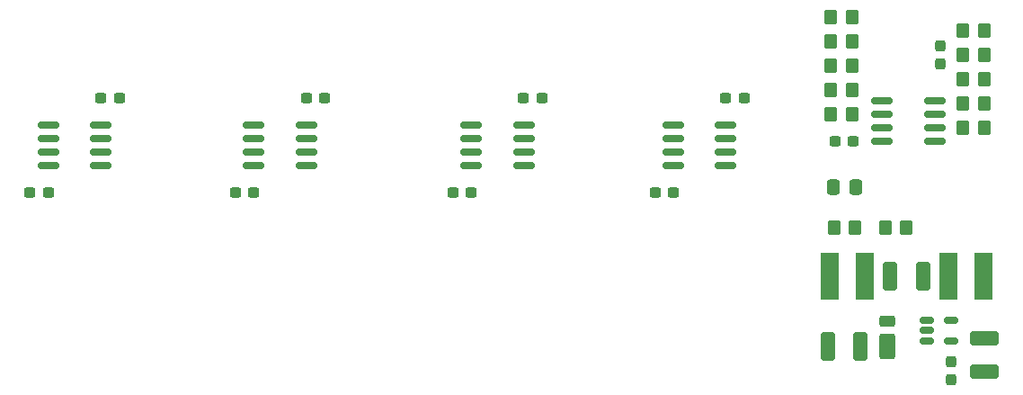
<source format=gbr>
%TF.GenerationSoftware,KiCad,Pcbnew,7.0.11-7.0.11~ubuntu22.04.1*%
%TF.CreationDate,2024-03-17T14:49:55+00:00*%
%TF.ProjectId,Tiny4xPoweredStereoMixer,54696e79-3478-4506-9f77-657265645374,rev?*%
%TF.SameCoordinates,Original*%
%TF.FileFunction,Paste,Top*%
%TF.FilePolarity,Positive*%
%FSLAX46Y46*%
G04 Gerber Fmt 4.6, Leading zero omitted, Abs format (unit mm)*
G04 Created by KiCad (PCBNEW 7.0.11-7.0.11~ubuntu22.04.1) date 2024-03-17 14:49:55*
%MOMM*%
%LPD*%
G01*
G04 APERTURE LIST*
G04 Aperture macros list*
%AMRoundRect*
0 Rectangle with rounded corners*
0 $1 Rounding radius*
0 $2 $3 $4 $5 $6 $7 $8 $9 X,Y pos of 4 corners*
0 Add a 4 corners polygon primitive as box body*
4,1,4,$2,$3,$4,$5,$6,$7,$8,$9,$2,$3,0*
0 Add four circle primitives for the rounded corners*
1,1,$1+$1,$2,$3*
1,1,$1+$1,$4,$5*
1,1,$1+$1,$6,$7*
1,1,$1+$1,$8,$9*
0 Add four rect primitives between the rounded corners*
20,1,$1+$1,$2,$3,$4,$5,0*
20,1,$1+$1,$4,$5,$6,$7,0*
20,1,$1+$1,$6,$7,$8,$9,0*
20,1,$1+$1,$8,$9,$2,$3,0*%
G04 Aperture macros list end*
%ADD10RoundRect,0.250000X0.350000X0.450000X-0.350000X0.450000X-0.350000X-0.450000X0.350000X-0.450000X0*%
%ADD11RoundRect,0.250000X-0.350000X-0.450000X0.350000X-0.450000X0.350000X0.450000X-0.350000X0.450000X0*%
%ADD12RoundRect,0.237500X0.300000X0.237500X-0.300000X0.237500X-0.300000X-0.237500X0.300000X-0.237500X0*%
%ADD13RoundRect,0.237500X-0.237500X0.300000X-0.237500X-0.300000X0.237500X-0.300000X0.237500X0.300000X0*%
%ADD14RoundRect,0.237500X0.237500X-0.300000X0.237500X0.300000X-0.237500X0.300000X-0.237500X-0.300000X0*%
%ADD15RoundRect,0.150000X0.825000X0.150000X-0.825000X0.150000X-0.825000X-0.150000X0.825000X-0.150000X0*%
%ADD16RoundRect,0.237500X-0.300000X-0.237500X0.300000X-0.237500X0.300000X0.237500X-0.300000X0.237500X0*%
%ADD17RoundRect,0.150000X-0.512500X-0.150000X0.512500X-0.150000X0.512500X0.150000X-0.512500X0.150000X0*%
%ADD18RoundRect,0.250000X0.412500X1.100000X-0.412500X1.100000X-0.412500X-1.100000X0.412500X-1.100000X0*%
%ADD19RoundRect,0.250000X1.100000X-0.412500X1.100000X0.412500X-1.100000X0.412500X-1.100000X-0.412500X0*%
%ADD20RoundRect,0.250000X-0.500000X0.950000X-0.500000X-0.950000X0.500000X-0.950000X0.500000X0.950000X0*%
%ADD21RoundRect,0.250000X-0.500000X0.275000X-0.500000X-0.275000X0.500000X-0.275000X0.500000X0.275000X0*%
%ADD22R,1.750000X4.500000*%
%ADD23RoundRect,0.250000X0.337500X0.475000X-0.337500X0.475000X-0.337500X-0.475000X0.337500X-0.475000X0*%
G04 APERTURE END LIST*
D10*
%TO.C,R4*%
X179260000Y-116840000D03*
X177260000Y-116840000D03*
%TD*%
D11*
%TO.C,RFB2*%
X169941400Y-135382000D03*
X171941400Y-135382000D03*
%TD*%
D12*
%TO.C,C9*%
X166946500Y-127254000D03*
X165221500Y-127254000D03*
%TD*%
%TO.C,C11*%
X130960200Y-132090650D03*
X129235200Y-132090650D03*
%TD*%
D13*
%TO.C,C15*%
X176149000Y-147981500D03*
X176149000Y-149706500D03*
%TD*%
D10*
%TO.C,R2*%
X179260000Y-121412000D03*
X177260000Y-121412000D03*
%TD*%
D12*
%TO.C,C13*%
X149985900Y-132080000D03*
X148260900Y-132080000D03*
%TD*%
D14*
%TO.C,C10*%
X175133000Y-119988500D03*
X175133000Y-118263500D03*
%TD*%
D15*
%TO.C,U5*%
X174590000Y-127254000D03*
X174590000Y-125984000D03*
X174590000Y-124714000D03*
X174590000Y-123444000D03*
X169640000Y-123444000D03*
X169640000Y-124714000D03*
X169640000Y-125984000D03*
X169640000Y-127254000D03*
%TD*%
%TO.C,U4*%
X154937000Y-129540000D03*
X154937000Y-128270000D03*
X154937000Y-127000000D03*
X154937000Y-125730000D03*
X149987000Y-125730000D03*
X149987000Y-127000000D03*
X149987000Y-128270000D03*
X149987000Y-129540000D03*
%TD*%
D16*
%TO.C,C8*%
X96089300Y-123190000D03*
X97814300Y-123190000D03*
%TD*%
D12*
%TO.C,C5*%
X110474700Y-132080000D03*
X108749700Y-132080000D03*
%TD*%
D10*
%TO.C,R3*%
X179260000Y-119126000D03*
X177260000Y-119126000D03*
%TD*%
D16*
%TO.C,C6*%
X115455300Y-123190000D03*
X117180300Y-123190000D03*
%TD*%
D15*
%TO.C,U2*%
X115440000Y-129540000D03*
X115440000Y-128270000D03*
X115440000Y-127000000D03*
X115440000Y-125730000D03*
X110490000Y-125730000D03*
X110490000Y-127000000D03*
X110490000Y-128270000D03*
X110490000Y-129540000D03*
%TD*%
D16*
%TO.C,C14*%
X154940000Y-123190000D03*
X156665000Y-123190000D03*
%TD*%
D17*
%TO.C,U6*%
X173867900Y-144109400D03*
X173867900Y-145059400D03*
X173867900Y-146009400D03*
X176142900Y-146009400D03*
X176142900Y-144109400D03*
%TD*%
D18*
%TO.C,C2*%
X173519900Y-139979400D03*
X170394900Y-139979400D03*
%TD*%
D11*
%TO.C,R9*%
X177260000Y-125984000D03*
X179260000Y-125984000D03*
%TD*%
D10*
%TO.C,R10*%
X166846000Y-124714000D03*
X164846000Y-124714000D03*
%TD*%
D12*
%TO.C,C7*%
X91134100Y-132080000D03*
X89409100Y-132080000D03*
%TD*%
D19*
%TO.C,C1*%
X179324000Y-148907900D03*
X179324000Y-145782900D03*
%TD*%
D11*
%TO.C,RFB1*%
X165131400Y-135382000D03*
X167131400Y-135382000D03*
%TD*%
%TO.C,R7*%
X164846000Y-117856000D03*
X166846000Y-117856000D03*
%TD*%
D20*
%TO.C,D1*%
X170179400Y-146558000D03*
D21*
X170179400Y-144183000D03*
%TD*%
D11*
%TO.C,R5*%
X164846000Y-122428000D03*
X166846000Y-122428000D03*
%TD*%
D15*
%TO.C,U1*%
X96099400Y-129540000D03*
X96099400Y-128270000D03*
X96099400Y-127000000D03*
X96099400Y-125730000D03*
X91149400Y-125730000D03*
X91149400Y-127000000D03*
X91149400Y-128270000D03*
X91149400Y-129540000D03*
%TD*%
D22*
%TO.C,L2*%
X167994400Y-139979400D03*
X164744400Y-139979400D03*
%TD*%
%TO.C,L1*%
X179170400Y-139979400D03*
X175920400Y-139979400D03*
%TD*%
D18*
%TO.C,C4*%
X167640000Y-146558000D03*
X164515000Y-146558000D03*
%TD*%
D11*
%TO.C,R6*%
X164846000Y-120142000D03*
X166846000Y-120142000D03*
%TD*%
D23*
%TO.C,C3*%
X167168900Y-131572000D03*
X165093900Y-131572000D03*
%TD*%
D16*
%TO.C,C12*%
X135890000Y-123200650D03*
X137615000Y-123200650D03*
%TD*%
D10*
%TO.C,R1*%
X179260000Y-123698000D03*
X177260000Y-123698000D03*
%TD*%
D15*
%TO.C,U3*%
X135911300Y-129550650D03*
X135911300Y-128280650D03*
X135911300Y-127010650D03*
X135911300Y-125740650D03*
X130961300Y-125740650D03*
X130961300Y-127010650D03*
X130961300Y-128280650D03*
X130961300Y-129550650D03*
%TD*%
D11*
%TO.C,R8*%
X164846000Y-115570000D03*
X166846000Y-115570000D03*
%TD*%
M02*

</source>
